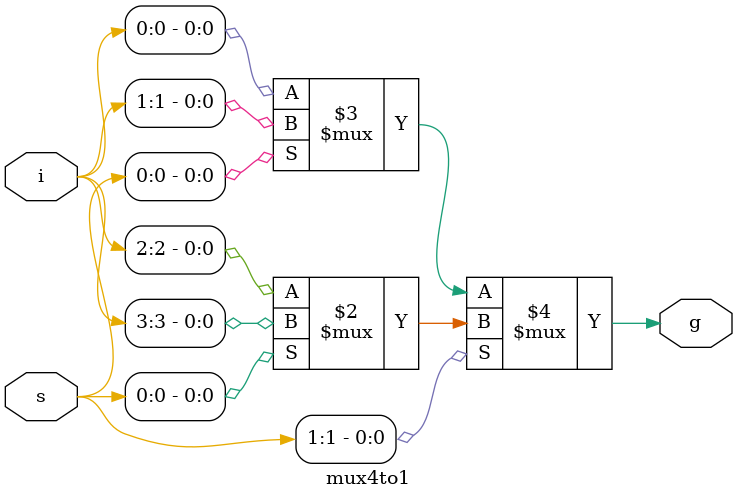
<source format=v>


module mux16to1(i,s,f);
    input [15:0]i;
    input [3:0]s;
    wire [3:0]o;
    output f;

    mux4to1 m1(i[3:0],   s[1:0], o[0]);
    mux4to1 m2(i[7:4],   s[1:0], o[1]);
    mux4to1 m3(i[11:8],  s[1:0], o[2]);
    mux4to1 m4(i[15:12], s[1:0], o[3]);

    // Second stage: final MUX
    mux4to1 m5(o[3:0],   s[3:2], f);

endmodule


module mux4to1(i,s,g);
input [3:0]i;
input [1:0]s;
output reg g;

always@(*)
begin
    g = s[1]?(s[0]?i[3]:i[2]):(s[0]?i[1]:i[0]);
end

endmodule

</source>
